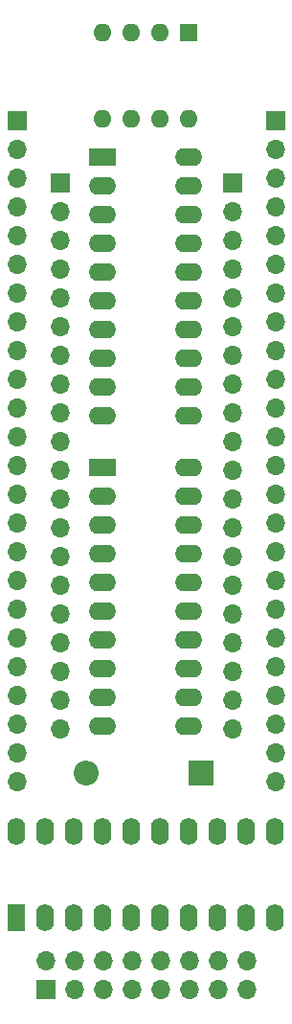
<source format=gbr>
%TF.GenerationSoftware,KiCad,Pcbnew,7.0.1*%
%TF.CreationDate,2023-05-30T14:25:23-07:00*%
%TF.ProjectId,tn_vdp_v1_slim,746e5f76-6470-45f7-9631-5f736c696d2e,rev?*%
%TF.SameCoordinates,Original*%
%TF.FileFunction,Soldermask,Top*%
%TF.FilePolarity,Negative*%
%FSLAX46Y46*%
G04 Gerber Fmt 4.6, Leading zero omitted, Abs format (unit mm)*
G04 Created by KiCad (PCBNEW 7.0.1) date 2023-05-30 14:25:23*
%MOMM*%
%LPD*%
G01*
G04 APERTURE LIST*
%ADD10R,2.400000X1.600000*%
%ADD11O,2.400000X1.600000*%
%ADD12R,2.200000X2.200000*%
%ADD13O,2.200000X2.200000*%
%ADD14R,1.600000X2.400000*%
%ADD15O,1.600000X2.400000*%
%ADD16R,1.700000X1.700000*%
%ADD17O,1.700000X1.700000*%
%ADD18R,1.600000X1.600000*%
%ADD19O,1.600000X1.600000*%
G04 APERTURE END LIST*
D10*
%TO.C,U3*%
X157388400Y-53395800D03*
D11*
X157388400Y-55935800D03*
X157388400Y-58475800D03*
X157388400Y-61015800D03*
X157388400Y-63555800D03*
X157388400Y-66095800D03*
X157388400Y-68635800D03*
X157388400Y-71175800D03*
X157388400Y-73715800D03*
X157388400Y-76255800D03*
X165008400Y-76255800D03*
X165008400Y-73715800D03*
X165008400Y-71175800D03*
X165008400Y-68635800D03*
X165008400Y-66095800D03*
X165008400Y-63555800D03*
X165008400Y-61015800D03*
X165008400Y-58475800D03*
X165008400Y-55935800D03*
X165008400Y-53395800D03*
%TD*%
D12*
%TO.C,D1*%
X166166800Y-107848400D03*
D13*
X156006800Y-107848400D03*
%TD*%
D10*
%TO.C,U2*%
X157429200Y-80822800D03*
D11*
X157429200Y-83362800D03*
X157429200Y-85902800D03*
X157429200Y-88442800D03*
X157429200Y-90982800D03*
X157429200Y-93522800D03*
X157429200Y-96062800D03*
X157429200Y-98602800D03*
X157429200Y-101142800D03*
X157429200Y-103682800D03*
X165049200Y-103682800D03*
X165049200Y-101142800D03*
X165049200Y-98602800D03*
X165049200Y-96062800D03*
X165049200Y-93522800D03*
X165049200Y-90982800D03*
X165049200Y-88442800D03*
X165049200Y-85902800D03*
X165049200Y-83362800D03*
X165049200Y-80822800D03*
%TD*%
D14*
%TO.C,U1*%
X149763400Y-120589200D03*
D15*
X152303400Y-120589200D03*
X154843400Y-120589200D03*
X157383400Y-120589200D03*
X159923400Y-120589200D03*
X162463400Y-120589200D03*
X165003400Y-120589200D03*
X167543400Y-120589200D03*
X170083400Y-120589200D03*
X172623400Y-120589200D03*
X172623400Y-112969200D03*
X170083400Y-112969200D03*
X167543400Y-112969200D03*
X165003400Y-112969200D03*
X162463400Y-112969200D03*
X159923400Y-112969200D03*
X157383400Y-112969200D03*
X154843400Y-112969200D03*
X152303400Y-112969200D03*
X149763400Y-112969200D03*
%TD*%
D16*
%TO.C,J3*%
X149877300Y-50200400D03*
D17*
X149877300Y-52740400D03*
X149877300Y-55280400D03*
X149877300Y-57820400D03*
X149877300Y-60360400D03*
X149877300Y-62900400D03*
X149877300Y-65440400D03*
X149877300Y-67980400D03*
X149877300Y-70520400D03*
X149877300Y-73060400D03*
X149877300Y-75600400D03*
X149877300Y-78140400D03*
X149877300Y-80680400D03*
X149877300Y-83220400D03*
X149877300Y-85760400D03*
X149877300Y-88300400D03*
X149877300Y-90840400D03*
X149877300Y-93380400D03*
X149877300Y-95920400D03*
X149877300Y-98460400D03*
X149877300Y-101000400D03*
X149877300Y-103540400D03*
X149877300Y-106080400D03*
X149877300Y-108620400D03*
%TD*%
D18*
%TO.C,J5*%
X165049200Y-42418000D03*
D19*
X162509200Y-42418000D03*
X159969200Y-42418000D03*
X157429200Y-42418000D03*
X157429200Y-50038000D03*
X159969200Y-50038000D03*
X162509200Y-50038000D03*
X165049200Y-50038000D03*
%TD*%
D16*
%TO.C,J6*%
X152400000Y-127000000D03*
D17*
X152400000Y-124460000D03*
X154940000Y-127000000D03*
X154940000Y-124460000D03*
X157480000Y-127000000D03*
X157480000Y-124460000D03*
X160020000Y-127000000D03*
X160020000Y-124460000D03*
X162560000Y-127000000D03*
X162560000Y-124460000D03*
X165100000Y-127000000D03*
X165100000Y-124460000D03*
X167640000Y-127000000D03*
X167640000Y-124460000D03*
X170180000Y-127000000D03*
X170180000Y-124460000D03*
%TD*%
D16*
%TO.C,J4*%
X172694200Y-50200400D03*
D17*
X172694200Y-52740400D03*
X172694200Y-55280400D03*
X172694200Y-57820400D03*
X172694200Y-60360400D03*
X172694200Y-62900400D03*
X172694200Y-65440400D03*
X172694200Y-67980400D03*
X172694200Y-70520400D03*
X172694200Y-73060400D03*
X172694200Y-75600400D03*
X172694200Y-78140400D03*
X172694200Y-80680400D03*
X172694200Y-83220400D03*
X172694200Y-85760400D03*
X172694200Y-88300400D03*
X172694200Y-90840400D03*
X172694200Y-93380400D03*
X172694200Y-95920400D03*
X172694200Y-98460400D03*
X172694200Y-101000400D03*
X172694200Y-103540400D03*
X172694200Y-106080400D03*
X172694200Y-108620400D03*
%TD*%
D16*
%TO.C,J2*%
X168910000Y-55676800D03*
D17*
X168910000Y-58216800D03*
X168910000Y-60756800D03*
X168910000Y-63296800D03*
X168910000Y-65836800D03*
X168910000Y-68376800D03*
X168910000Y-70916800D03*
X168910000Y-73456800D03*
X168910000Y-75996800D03*
X168910000Y-78536800D03*
X168910000Y-81076800D03*
X168910000Y-83616800D03*
X168910000Y-86156800D03*
X168910000Y-88696800D03*
X168910000Y-91236800D03*
X168910000Y-93776800D03*
X168910000Y-96316800D03*
X168910000Y-98856800D03*
X168910000Y-101396800D03*
X168910000Y-103936800D03*
%TD*%
D16*
%TO.C,J1*%
X153670000Y-55676800D03*
D17*
X153670000Y-58216800D03*
X153670000Y-60756800D03*
X153670000Y-63296800D03*
X153670000Y-65836800D03*
X153670000Y-68376800D03*
X153670000Y-70916800D03*
X153670000Y-73456800D03*
X153670000Y-75996800D03*
X153670000Y-78536800D03*
X153670000Y-81076800D03*
X153670000Y-83616800D03*
X153670000Y-86156800D03*
X153670000Y-88696800D03*
X153670000Y-91236800D03*
X153670000Y-93776800D03*
X153670000Y-96316800D03*
X153670000Y-98856800D03*
X153670000Y-101396800D03*
X153670000Y-103936800D03*
%TD*%
M02*

</source>
